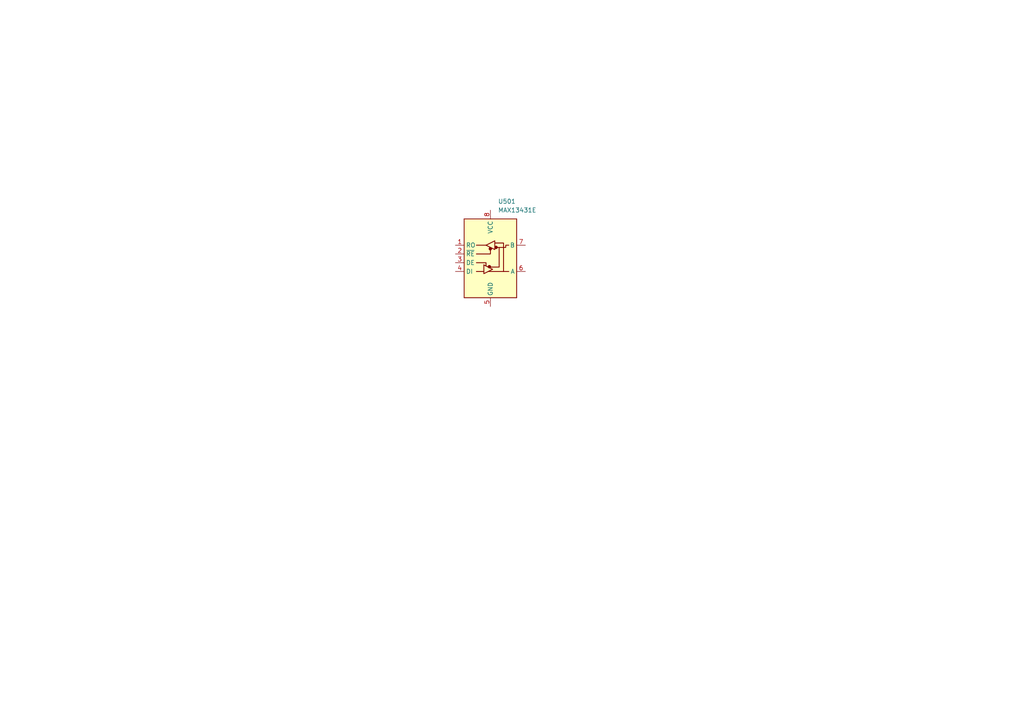
<source format=kicad_sch>
(kicad_sch (version 20230121) (generator eeschema)
  (paper "A4")
  (lib_symbols
    (symbol "Janelia:MAX13431E"
      (property "Reference" "U" (at -6.096 11.43 0))
      (property "Value" "MAX13431E" (at 0.762 11.43 0))
      (symbol "MAX13431E_0_1"
        (rectangle (start -7.62 10.16) (end 7.62 -12.7) (stroke (width 0.254)) (fill (type background)))
        (circle (center -0.3048 -3.683) (radius 0.3556) (stroke (width 0.254)) (fill (type outline)))
        (circle (center -0.0254 1.4986) (radius 0.3556) (stroke (width 0.254)) (fill (type outline)))
        (polyline (pts (xy -4.064 -5.08) (xy -1.905 -5.08)) (stroke (width 0.254)))
        (polyline (pts (xy -4.064 2.54) (xy -1.27 2.54)) (stroke (width 0.254)))
        (polyline (pts (xy -1.27 -3.2004) (xy -1.27 -3.4544)) (stroke (width 0.254)))
        (polyline (pts (xy -0.635 -5.08) (xy 5.334 -5.08)) (stroke (width 0.254)))
        (polyline (pts (xy -4.064 -2.54) (xy -1.27 -2.54) (xy -1.27 -3.175)) (stroke (width 0.254)))
        (polyline (pts (xy 0 1.27) (xy 0 0) (xy -4.064 0)) (stroke (width 0.254)))
        (polyline (pts (xy 1.27 3.175) (xy 3.81 3.175) (xy 3.81 -5.08)) (stroke (width 0.254)))
        (polyline (pts (xy 2.54 1.905) (xy 2.54 -3.81) (xy 0 -3.81)) (stroke (width 0.254)))
        (polyline (pts (xy -1.905 -3.175) (xy -1.905 -5.715) (xy 0.635 -4.445) (xy -1.905 -3.175)) (stroke (width 0.254)))
        (polyline (pts (xy -1.27 2.54) (xy 1.27 3.81) (xy 1.27 1.27) (xy -1.27 2.54)) (stroke (width 0.254)))
        (polyline (pts (xy 1.905 1.905) (xy 4.445 1.905) (xy 4.445 2.54) (xy 5.334 2.54)) (stroke (width 0.254)))
        (rectangle (start 1.27 3.175) (end 1.27 3.175))
        (circle (center 1.651 1.905) (radius 0.3556) (stroke (width 0.254)) (fill (type outline)))
      )
      (symbol "MAX13431E_1_1"
        (pin output line (at -10.16 2.54 0) (length 2.54) (name "RO") (number "1"))
        (pin input line (at -10.16 0 0) (length 2.54) (name "~{RE}") (number "2"))
        (pin input line (at -10.16 -2.54 0) (length 2.54) (name "DE") (number "3"))
        (pin input line (at -10.16 -5.08 0) (length 2.54) (name "DI") (number "4"))
        (pin power_in line (at 0 -15.24 90) (length 2.54) (name "GND") (number "5"))
        (pin bidirectional line (at 10.16 -5.08 180) (length 2.54) (name "A") (number "6"))
        (pin bidirectional line (at 10.16 2.54 180) (length 2.54) (name "B") (number "7"))
        (pin power_in line (at 0 12.7 270) (length 2.54) (name "VCC") (number "8"))
      )
    )
  )
  (symbol (lib_id "Janelia:MAX13431E") (at 142.24 73.66 0) (unit 1)
    (property "Reference" "U501" (at 144.4341 58.42 0) (effects (justify left)))
    (property "Value" "MAX13431E" (at 144.4341 60.96 0) (effects (justify left)))
    (property "Footprint" "Janelia:21-0137I_T1033-1_MXM" (effects hide))
    (property "Synopsis" "IC TRANSCEIVER HALF 1/1" (effects hide))
    (property "Manufacturer" "Analog Devices Inc./Maxim Integrated" (effects hide))
    (property "Manufacturer Part Number" "MAX13431EETB+T" (effects hide))
    (property "Vendor" "Digi-Key" (effects hide))
    (property "Vendor Part Number" "MAX13431EETB+TCT-ND" (effects hide))
    (property "LCSC" "C2672811" (effects hide))
  )
)
</source>
